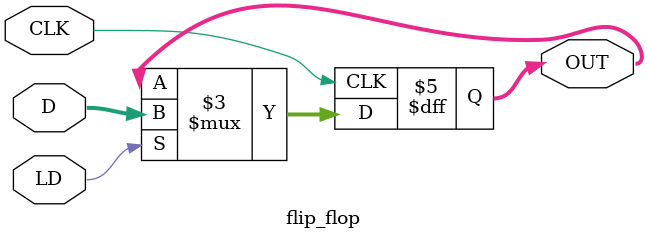
<source format=v>
module flip_flop(LD, D, CLK, OUT);
	input LD;
	input [7:0] D;
	input CLK;
	output [7:0] OUT;
	reg [7:0] OUT;
	always @(posedge CLK) begin
		if(LD) OUT <= D;
		else OUT <= OUT;
	end
endmodule
</source>
